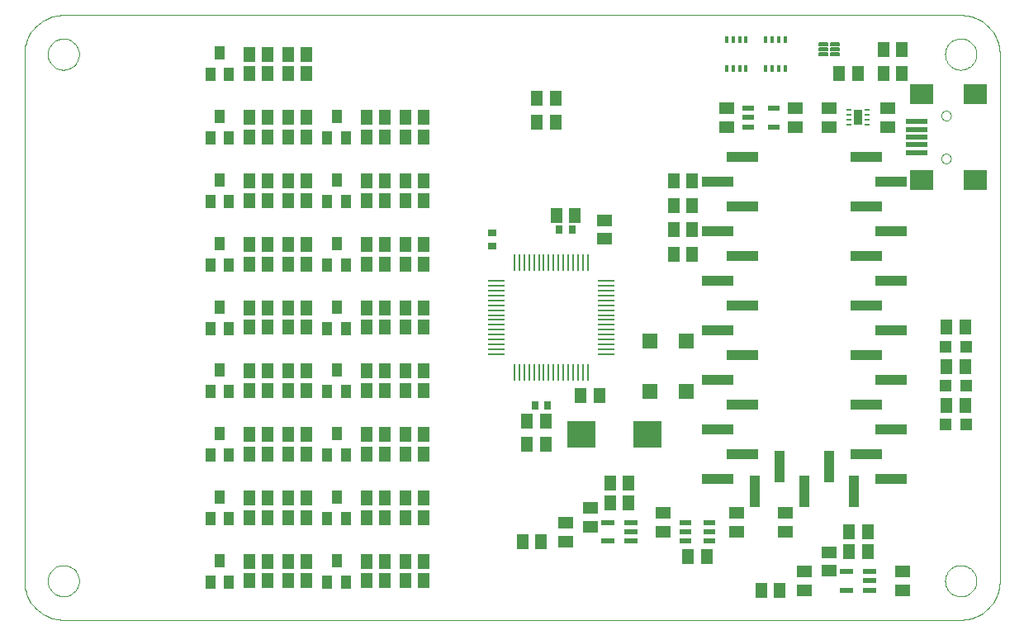
<source format=gtp>
G75*
G70*
%OFA0B0*%
%FSLAX24Y24*%
%IPPOS*%
%LPD*%
%AMOC8*
5,1,8,0,0,1.08239X$1,22.5*
%
%ADD10R,0.1300X0.0400*%
%ADD11R,0.0400X0.1300*%
%ADD12R,0.0660X0.0110*%
%ADD13R,0.0110X0.0660*%
%ADD14R,0.0394X0.0551*%
%ADD15R,0.0512X0.0591*%
%ADD16R,0.0591X0.0630*%
%ADD17R,0.0500X0.0220*%
%ADD18R,0.0472X0.0217*%
%ADD19R,0.0591X0.0512*%
%ADD20R,0.0580X0.0220*%
%ADD21R,0.0200X0.0110*%
%ADD22R,0.0350X0.0630*%
%ADD23R,0.0380X0.0120*%
%ADD24R,0.0340X0.0120*%
%ADD25C,0.0060*%
%ADD26R,0.0160X0.0300*%
%ADD27R,0.0276X0.0354*%
%ADD28R,0.1161X0.1063*%
%ADD29R,0.0354X0.0276*%
%ADD30R,0.0945X0.0787*%
%ADD31R,0.0909X0.0197*%
%ADD32C,0.0000*%
%ADD33R,0.0472X0.0472*%
D10*
X034395Y009120D03*
X035395Y010120D03*
X034395Y011120D03*
X035395Y012120D03*
X034395Y013120D03*
X035395Y014120D03*
X034395Y015120D03*
X035395Y016120D03*
X034395Y017120D03*
X035395Y018120D03*
X034395Y019120D03*
X035395Y020120D03*
X034395Y021120D03*
X035395Y022120D03*
X040395Y022120D03*
X041395Y021120D03*
X040395Y020120D03*
X041395Y019120D03*
X040395Y018120D03*
X041395Y017120D03*
X040395Y016120D03*
X041395Y015120D03*
X040395Y014120D03*
X041395Y013120D03*
X040395Y012120D03*
X041395Y011120D03*
X040395Y010120D03*
X041395Y009120D03*
D11*
X039895Y008620D03*
X038895Y009620D03*
X037895Y008620D03*
X036895Y009620D03*
X035895Y008620D03*
D12*
X029872Y014144D03*
X029872Y014341D03*
X029872Y014538D03*
X029872Y014735D03*
X029872Y014931D03*
X029872Y015128D03*
X029872Y015325D03*
X029872Y015522D03*
X029872Y015719D03*
X029872Y015916D03*
X029872Y016112D03*
X029872Y016309D03*
X029872Y016506D03*
X029872Y016703D03*
X029872Y016900D03*
X029872Y017097D03*
X025447Y017097D03*
X025447Y016900D03*
X025447Y016703D03*
X025447Y016506D03*
X025447Y016309D03*
X025447Y016112D03*
X025447Y015916D03*
X025447Y015719D03*
X025447Y015522D03*
X025447Y015325D03*
X025447Y015128D03*
X025447Y014931D03*
X025447Y014735D03*
X025447Y014538D03*
X025447Y014341D03*
X025447Y014144D03*
D13*
X026183Y013408D03*
X026380Y013408D03*
X026576Y013408D03*
X026773Y013408D03*
X026970Y013408D03*
X027167Y013408D03*
X027364Y013408D03*
X027561Y013408D03*
X027757Y013408D03*
X027954Y013408D03*
X028151Y013408D03*
X028348Y013408D03*
X028545Y013408D03*
X028742Y013408D03*
X028939Y013408D03*
X029135Y013408D03*
X029135Y017833D03*
X028939Y017833D03*
X028742Y017833D03*
X028545Y017833D03*
X028348Y017833D03*
X028151Y017833D03*
X027954Y017833D03*
X027757Y017833D03*
X027561Y017833D03*
X027364Y017833D03*
X027167Y017833D03*
X026970Y017833D03*
X026773Y017833D03*
X026576Y017833D03*
X026380Y017833D03*
X026183Y017833D03*
D14*
X019372Y017746D03*
X018624Y017746D03*
X018998Y018612D03*
X019372Y020305D03*
X018624Y020305D03*
X018998Y021172D03*
X019372Y022864D03*
X018624Y022864D03*
X018998Y023731D03*
X014647Y022864D03*
X013899Y022864D03*
X014273Y023731D03*
X013899Y025423D03*
X014647Y025423D03*
X014273Y026290D03*
X014273Y021172D03*
X013899Y020305D03*
X014647Y020305D03*
X014273Y018612D03*
X013899Y017746D03*
X014647Y017746D03*
X014273Y016053D03*
X013899Y015187D03*
X014647Y015187D03*
X014273Y013494D03*
X013899Y012628D03*
X014647Y012628D03*
X014273Y010935D03*
X013899Y010069D03*
X014647Y010069D03*
X014273Y008376D03*
X013899Y007510D03*
X014647Y007510D03*
X014273Y005817D03*
X013899Y004951D03*
X014647Y004951D03*
X018624Y004951D03*
X019372Y004951D03*
X018998Y005817D03*
X019372Y007510D03*
X018624Y007510D03*
X018998Y008376D03*
X019372Y010069D03*
X018624Y010069D03*
X018998Y010935D03*
X019372Y012628D03*
X018624Y012628D03*
X018998Y013494D03*
X019372Y015187D03*
X018624Y015187D03*
X018998Y016053D03*
D15*
X020198Y016014D03*
X020946Y016014D03*
X021773Y016014D03*
X022521Y016014D03*
X022521Y015227D03*
X021773Y015227D03*
X020946Y015227D03*
X020198Y015227D03*
X017797Y015227D03*
X017049Y015227D03*
X017049Y016014D03*
X017797Y016014D03*
X016222Y016014D03*
X015474Y016014D03*
X015474Y015227D03*
X016222Y015227D03*
X016222Y013455D03*
X015474Y013455D03*
X015474Y012668D03*
X016222Y012668D03*
X017049Y012668D03*
X017797Y012668D03*
X017797Y013455D03*
X017049Y013455D03*
X020198Y013455D03*
X020946Y013455D03*
X021773Y013455D03*
X022521Y013455D03*
X022521Y012668D03*
X021773Y012668D03*
X020946Y012668D03*
X020198Y012668D03*
X020198Y010896D03*
X020946Y010896D03*
X021773Y010896D03*
X022521Y010896D03*
X022521Y010109D03*
X021773Y010109D03*
X020946Y010109D03*
X020198Y010109D03*
X017797Y010109D03*
X017049Y010109D03*
X016222Y010109D03*
X015474Y010109D03*
X015474Y010896D03*
X016222Y010896D03*
X017049Y010896D03*
X017797Y010896D03*
X017797Y008337D03*
X017049Y008337D03*
X017049Y007549D03*
X017797Y007549D03*
X016222Y007549D03*
X015474Y007549D03*
X015474Y008337D03*
X016222Y008337D03*
X016222Y005778D03*
X015474Y005778D03*
X015474Y004990D03*
X016222Y004990D03*
X017049Y004990D03*
X017797Y004990D03*
X017797Y005778D03*
X017049Y005778D03*
X020198Y005778D03*
X020946Y005778D03*
X021773Y005778D03*
X022521Y005778D03*
X022521Y004990D03*
X021773Y004990D03*
X020946Y004990D03*
X020198Y004990D03*
X020198Y007549D03*
X020946Y007549D03*
X021773Y007549D03*
X022521Y007549D03*
X022521Y008337D03*
X021773Y008337D03*
X020946Y008337D03*
X020198Y008337D03*
X026498Y006565D03*
X027246Y006565D03*
X030041Y008140D03*
X030789Y008140D03*
X030789Y008927D03*
X030041Y008927D03*
X027443Y010502D03*
X026694Y010502D03*
X026694Y011447D03*
X027443Y011447D03*
X028860Y012471D03*
X029608Y012471D03*
X022521Y017786D03*
X021773Y017786D03*
X020946Y017786D03*
X020198Y017786D03*
X020198Y018573D03*
X020946Y018573D03*
X021773Y018573D03*
X022521Y018573D03*
X022521Y020345D03*
X021773Y020345D03*
X020946Y020345D03*
X020198Y020345D03*
X020198Y021132D03*
X020946Y021132D03*
X021773Y021132D03*
X022521Y021132D03*
X022521Y022904D03*
X021773Y022904D03*
X020946Y022904D03*
X020198Y022904D03*
X020198Y023691D03*
X020946Y023691D03*
X021773Y023691D03*
X022521Y023691D03*
X027088Y023494D03*
X027836Y023494D03*
X027836Y024479D03*
X027088Y024479D03*
X032600Y021132D03*
X033348Y021132D03*
X033348Y020148D03*
X032600Y020148D03*
X032600Y019164D03*
X033348Y019164D03*
X033348Y018179D03*
X032600Y018179D03*
X028624Y019754D03*
X027876Y019754D03*
X017797Y020345D03*
X017049Y020345D03*
X016222Y020345D03*
X015474Y020345D03*
X015474Y021132D03*
X016222Y021132D03*
X017049Y021132D03*
X017797Y021132D03*
X017797Y022904D03*
X017049Y022904D03*
X017049Y023691D03*
X017797Y023691D03*
X016222Y023691D03*
X015474Y023691D03*
X015474Y022904D03*
X016222Y022904D03*
X016222Y025463D03*
X015474Y025463D03*
X015474Y026250D03*
X016222Y026250D03*
X017049Y026250D03*
X017797Y026250D03*
X017797Y025463D03*
X017049Y025463D03*
X017049Y018573D03*
X017797Y018573D03*
X017797Y017786D03*
X017049Y017786D03*
X016222Y017786D03*
X015474Y017786D03*
X015474Y018573D03*
X016222Y018573D03*
X033191Y005975D03*
X033939Y005975D03*
X036143Y004597D03*
X036891Y004597D03*
X039687Y006172D03*
X040435Y006172D03*
X040435Y006959D03*
X039687Y006959D03*
X043624Y012077D03*
X044372Y012077D03*
X044372Y013652D03*
X043624Y013652D03*
X043624Y015227D03*
X044372Y015227D03*
X041813Y025463D03*
X041065Y025463D03*
X040041Y025463D03*
X039293Y025463D03*
X041065Y026447D03*
X041813Y026447D03*
D16*
X033131Y014656D03*
X031635Y014656D03*
X031635Y012648D03*
X033131Y012648D03*
D17*
X033085Y007329D03*
X033085Y006959D03*
X033085Y006589D03*
X034045Y006589D03*
X034045Y006959D03*
X034045Y007329D03*
D18*
X035612Y023317D03*
X035612Y023691D03*
X035612Y024065D03*
X036635Y024065D03*
X036635Y023317D03*
D19*
X037502Y023317D03*
X037502Y024065D03*
X038880Y024065D03*
X038880Y023317D03*
X041242Y023317D03*
X041242Y024065D03*
X034746Y024065D03*
X034746Y023317D03*
X029824Y019538D03*
X029824Y018790D03*
X029234Y007923D03*
X029234Y007175D03*
X028250Y007333D03*
X028250Y006585D03*
X032187Y006979D03*
X032187Y007727D03*
X035139Y007727D03*
X035139Y006979D03*
X037108Y006979D03*
X037108Y007727D03*
X038880Y006152D03*
X038880Y005404D03*
X037895Y005364D03*
X037895Y004616D03*
X041832Y004616D03*
X041832Y005364D03*
D20*
X040531Y005360D03*
X040531Y004990D03*
X040531Y004620D03*
X039591Y004620D03*
X039591Y005360D03*
X030885Y006589D03*
X030885Y006959D03*
X030885Y007329D03*
X029945Y007329D03*
X029945Y006589D03*
D21*
X039691Y023391D03*
X039691Y023591D03*
X039691Y023791D03*
X039691Y023991D03*
X040431Y023991D03*
X040431Y023791D03*
X040431Y023591D03*
X040431Y023391D03*
D22*
X040061Y023691D03*
D23*
X038662Y026644D03*
D24*
X038642Y026447D03*
X038642Y026250D03*
X039117Y026250D03*
X039117Y026447D03*
X039117Y026644D03*
D25*
X038960Y026597D02*
X039280Y026597D01*
X039280Y026697D01*
X038960Y026697D01*
X038960Y026597D01*
X038960Y026497D02*
X039280Y026497D01*
X039280Y026397D01*
X038960Y026397D01*
X038960Y026497D01*
X038800Y026497D02*
X038480Y026497D01*
X038480Y026397D01*
X038800Y026397D01*
X038800Y026497D01*
X038800Y026597D02*
X038480Y026597D01*
X038480Y026697D01*
X038800Y026697D01*
X038800Y026597D01*
X038800Y026297D02*
X038480Y026297D01*
X038480Y026197D01*
X038800Y026197D01*
X038800Y026297D01*
X038960Y026297D02*
X039280Y026297D01*
X039280Y026197D01*
X038960Y026197D01*
X038960Y026297D01*
D26*
X037098Y026845D03*
X036842Y026845D03*
X036586Y026845D03*
X036330Y026845D03*
X035523Y026845D03*
X035267Y026845D03*
X035011Y026845D03*
X034756Y026845D03*
X034756Y025655D03*
X035011Y025655D03*
X035267Y025655D03*
X035523Y025655D03*
X036330Y025655D03*
X036586Y025655D03*
X036842Y025655D03*
X037098Y025655D03*
D27*
X028506Y019164D03*
X027994Y019164D03*
X027521Y012077D03*
X027009Y012077D03*
D28*
X028889Y010896D03*
X031547Y010896D03*
D29*
X025297Y018514D03*
X025297Y019026D03*
D30*
X042620Y021172D03*
X044785Y021172D03*
X044785Y024636D03*
X042620Y024636D03*
D31*
X042398Y023534D03*
X042398Y023219D03*
X042398Y022904D03*
X042398Y022589D03*
X042398Y022274D03*
D32*
X044194Y003416D02*
X007974Y003416D01*
X007344Y004990D02*
X007346Y005040D01*
X007352Y005090D01*
X007362Y005139D01*
X007376Y005187D01*
X007393Y005234D01*
X007414Y005279D01*
X007439Y005323D01*
X007467Y005364D01*
X007499Y005403D01*
X007533Y005440D01*
X007570Y005474D01*
X007610Y005504D01*
X007652Y005531D01*
X007696Y005555D01*
X007742Y005576D01*
X007789Y005592D01*
X007837Y005605D01*
X007887Y005614D01*
X007936Y005619D01*
X007987Y005620D01*
X008037Y005617D01*
X008086Y005610D01*
X008135Y005599D01*
X008183Y005584D01*
X008229Y005566D01*
X008274Y005544D01*
X008317Y005518D01*
X008358Y005489D01*
X008397Y005457D01*
X008433Y005422D01*
X008465Y005384D01*
X008495Y005344D01*
X008522Y005301D01*
X008545Y005257D01*
X008564Y005211D01*
X008580Y005163D01*
X008592Y005114D01*
X008600Y005065D01*
X008604Y005015D01*
X008604Y004965D01*
X008600Y004915D01*
X008592Y004866D01*
X008580Y004817D01*
X008564Y004769D01*
X008545Y004723D01*
X008522Y004679D01*
X008495Y004636D01*
X008465Y004596D01*
X008433Y004558D01*
X008397Y004523D01*
X008358Y004491D01*
X008317Y004462D01*
X008274Y004436D01*
X008229Y004414D01*
X008183Y004396D01*
X008135Y004381D01*
X008086Y004370D01*
X008037Y004363D01*
X007987Y004360D01*
X007936Y004361D01*
X007887Y004366D01*
X007837Y004375D01*
X007789Y004388D01*
X007742Y004404D01*
X007696Y004425D01*
X007652Y004449D01*
X007610Y004476D01*
X007570Y004506D01*
X007533Y004540D01*
X007499Y004577D01*
X007467Y004616D01*
X007439Y004657D01*
X007414Y004701D01*
X007393Y004746D01*
X007376Y004793D01*
X007362Y004841D01*
X007352Y004890D01*
X007346Y004940D01*
X007344Y004990D01*
X006399Y004990D02*
X006401Y004913D01*
X006407Y004836D01*
X006416Y004759D01*
X006429Y004683D01*
X006446Y004607D01*
X006467Y004533D01*
X006491Y004459D01*
X006519Y004387D01*
X006550Y004317D01*
X006585Y004248D01*
X006623Y004180D01*
X006664Y004115D01*
X006709Y004052D01*
X006757Y003991D01*
X006807Y003932D01*
X006860Y003876D01*
X006916Y003823D01*
X006975Y003773D01*
X007036Y003725D01*
X007099Y003680D01*
X007164Y003639D01*
X007232Y003601D01*
X007301Y003566D01*
X007371Y003535D01*
X007443Y003507D01*
X007517Y003483D01*
X007591Y003462D01*
X007667Y003445D01*
X007743Y003432D01*
X007820Y003423D01*
X007897Y003417D01*
X007974Y003415D01*
X007897Y003417D01*
X007820Y003423D01*
X007743Y003432D01*
X007667Y003445D01*
X007591Y003462D01*
X007517Y003483D01*
X007443Y003507D01*
X007371Y003535D01*
X007301Y003566D01*
X007232Y003601D01*
X007164Y003639D01*
X007099Y003680D01*
X007036Y003725D01*
X006975Y003773D01*
X006916Y003823D01*
X006860Y003876D01*
X006807Y003932D01*
X006757Y003991D01*
X006709Y004052D01*
X006664Y004115D01*
X006623Y004180D01*
X006585Y004248D01*
X006550Y004317D01*
X006519Y004387D01*
X006491Y004459D01*
X006467Y004533D01*
X006446Y004607D01*
X006429Y004683D01*
X006416Y004759D01*
X006407Y004836D01*
X006401Y004913D01*
X006399Y004990D01*
X006399Y026250D01*
X007344Y026250D02*
X007346Y026300D01*
X007352Y026350D01*
X007362Y026399D01*
X007376Y026447D01*
X007393Y026494D01*
X007414Y026539D01*
X007439Y026583D01*
X007467Y026624D01*
X007499Y026663D01*
X007533Y026700D01*
X007570Y026734D01*
X007610Y026764D01*
X007652Y026791D01*
X007696Y026815D01*
X007742Y026836D01*
X007789Y026852D01*
X007837Y026865D01*
X007887Y026874D01*
X007936Y026879D01*
X007987Y026880D01*
X008037Y026877D01*
X008086Y026870D01*
X008135Y026859D01*
X008183Y026844D01*
X008229Y026826D01*
X008274Y026804D01*
X008317Y026778D01*
X008358Y026749D01*
X008397Y026717D01*
X008433Y026682D01*
X008465Y026644D01*
X008495Y026604D01*
X008522Y026561D01*
X008545Y026517D01*
X008564Y026471D01*
X008580Y026423D01*
X008592Y026374D01*
X008600Y026325D01*
X008604Y026275D01*
X008604Y026225D01*
X008600Y026175D01*
X008592Y026126D01*
X008580Y026077D01*
X008564Y026029D01*
X008545Y025983D01*
X008522Y025939D01*
X008495Y025896D01*
X008465Y025856D01*
X008433Y025818D01*
X008397Y025783D01*
X008358Y025751D01*
X008317Y025722D01*
X008274Y025696D01*
X008229Y025674D01*
X008183Y025656D01*
X008135Y025641D01*
X008086Y025630D01*
X008037Y025623D01*
X007987Y025620D01*
X007936Y025621D01*
X007887Y025626D01*
X007837Y025635D01*
X007789Y025648D01*
X007742Y025664D01*
X007696Y025685D01*
X007652Y025709D01*
X007610Y025736D01*
X007570Y025766D01*
X007533Y025800D01*
X007499Y025837D01*
X007467Y025876D01*
X007439Y025917D01*
X007414Y025961D01*
X007393Y026006D01*
X007376Y026053D01*
X007362Y026101D01*
X007352Y026150D01*
X007346Y026200D01*
X007344Y026250D01*
X006399Y026250D02*
X006401Y026327D01*
X006407Y026404D01*
X006416Y026481D01*
X006429Y026557D01*
X006446Y026633D01*
X006467Y026707D01*
X006491Y026781D01*
X006519Y026853D01*
X006550Y026923D01*
X006585Y026992D01*
X006623Y027060D01*
X006664Y027125D01*
X006709Y027188D01*
X006757Y027249D01*
X006807Y027308D01*
X006860Y027364D01*
X006916Y027417D01*
X006975Y027467D01*
X007036Y027515D01*
X007099Y027560D01*
X007164Y027601D01*
X007232Y027639D01*
X007301Y027674D01*
X007371Y027705D01*
X007443Y027733D01*
X007517Y027757D01*
X007591Y027778D01*
X007667Y027795D01*
X007743Y027808D01*
X007820Y027817D01*
X007897Y027823D01*
X007974Y027825D01*
X044194Y027825D01*
X043564Y026250D02*
X043566Y026300D01*
X043572Y026350D01*
X043582Y026399D01*
X043596Y026447D01*
X043613Y026494D01*
X043634Y026539D01*
X043659Y026583D01*
X043687Y026624D01*
X043719Y026663D01*
X043753Y026700D01*
X043790Y026734D01*
X043830Y026764D01*
X043872Y026791D01*
X043916Y026815D01*
X043962Y026836D01*
X044009Y026852D01*
X044057Y026865D01*
X044107Y026874D01*
X044156Y026879D01*
X044207Y026880D01*
X044257Y026877D01*
X044306Y026870D01*
X044355Y026859D01*
X044403Y026844D01*
X044449Y026826D01*
X044494Y026804D01*
X044537Y026778D01*
X044578Y026749D01*
X044617Y026717D01*
X044653Y026682D01*
X044685Y026644D01*
X044715Y026604D01*
X044742Y026561D01*
X044765Y026517D01*
X044784Y026471D01*
X044800Y026423D01*
X044812Y026374D01*
X044820Y026325D01*
X044824Y026275D01*
X044824Y026225D01*
X044820Y026175D01*
X044812Y026126D01*
X044800Y026077D01*
X044784Y026029D01*
X044765Y025983D01*
X044742Y025939D01*
X044715Y025896D01*
X044685Y025856D01*
X044653Y025818D01*
X044617Y025783D01*
X044578Y025751D01*
X044537Y025722D01*
X044494Y025696D01*
X044449Y025674D01*
X044403Y025656D01*
X044355Y025641D01*
X044306Y025630D01*
X044257Y025623D01*
X044207Y025620D01*
X044156Y025621D01*
X044107Y025626D01*
X044057Y025635D01*
X044009Y025648D01*
X043962Y025664D01*
X043916Y025685D01*
X043872Y025709D01*
X043830Y025736D01*
X043790Y025766D01*
X043753Y025800D01*
X043719Y025837D01*
X043687Y025876D01*
X043659Y025917D01*
X043634Y025961D01*
X043613Y026006D01*
X043596Y026053D01*
X043582Y026101D01*
X043572Y026150D01*
X043566Y026200D01*
X043564Y026250D01*
X044194Y027825D02*
X044271Y027823D01*
X044348Y027817D01*
X044425Y027808D01*
X044501Y027795D01*
X044577Y027778D01*
X044651Y027757D01*
X044725Y027733D01*
X044797Y027705D01*
X044867Y027674D01*
X044936Y027639D01*
X045004Y027601D01*
X045069Y027560D01*
X045132Y027515D01*
X045193Y027467D01*
X045252Y027417D01*
X045308Y027364D01*
X045361Y027308D01*
X045411Y027249D01*
X045459Y027188D01*
X045504Y027125D01*
X045545Y027060D01*
X045583Y026992D01*
X045618Y026923D01*
X045649Y026853D01*
X045677Y026781D01*
X045701Y026707D01*
X045722Y026633D01*
X045739Y026557D01*
X045752Y026481D01*
X045761Y026404D01*
X045767Y026327D01*
X045769Y026250D01*
X045769Y004990D01*
X043564Y004990D02*
X043566Y005040D01*
X043572Y005090D01*
X043582Y005139D01*
X043596Y005187D01*
X043613Y005234D01*
X043634Y005279D01*
X043659Y005323D01*
X043687Y005364D01*
X043719Y005403D01*
X043753Y005440D01*
X043790Y005474D01*
X043830Y005504D01*
X043872Y005531D01*
X043916Y005555D01*
X043962Y005576D01*
X044009Y005592D01*
X044057Y005605D01*
X044107Y005614D01*
X044156Y005619D01*
X044207Y005620D01*
X044257Y005617D01*
X044306Y005610D01*
X044355Y005599D01*
X044403Y005584D01*
X044449Y005566D01*
X044494Y005544D01*
X044537Y005518D01*
X044578Y005489D01*
X044617Y005457D01*
X044653Y005422D01*
X044685Y005384D01*
X044715Y005344D01*
X044742Y005301D01*
X044765Y005257D01*
X044784Y005211D01*
X044800Y005163D01*
X044812Y005114D01*
X044820Y005065D01*
X044824Y005015D01*
X044824Y004965D01*
X044820Y004915D01*
X044812Y004866D01*
X044800Y004817D01*
X044784Y004769D01*
X044765Y004723D01*
X044742Y004679D01*
X044715Y004636D01*
X044685Y004596D01*
X044653Y004558D01*
X044617Y004523D01*
X044578Y004491D01*
X044537Y004462D01*
X044494Y004436D01*
X044449Y004414D01*
X044403Y004396D01*
X044355Y004381D01*
X044306Y004370D01*
X044257Y004363D01*
X044207Y004360D01*
X044156Y004361D01*
X044107Y004366D01*
X044057Y004375D01*
X044009Y004388D01*
X043962Y004404D01*
X043916Y004425D01*
X043872Y004449D01*
X043830Y004476D01*
X043790Y004506D01*
X043753Y004540D01*
X043719Y004577D01*
X043687Y004616D01*
X043659Y004657D01*
X043634Y004701D01*
X043613Y004746D01*
X043596Y004793D01*
X043582Y004841D01*
X043572Y004890D01*
X043566Y004940D01*
X043564Y004990D01*
X044194Y003415D02*
X044271Y003417D01*
X044348Y003423D01*
X044425Y003432D01*
X044501Y003445D01*
X044577Y003462D01*
X044651Y003483D01*
X044725Y003507D01*
X044797Y003535D01*
X044867Y003566D01*
X044936Y003601D01*
X045004Y003639D01*
X045069Y003680D01*
X045132Y003725D01*
X045193Y003773D01*
X045252Y003823D01*
X045308Y003876D01*
X045361Y003932D01*
X045411Y003991D01*
X045459Y004052D01*
X045504Y004115D01*
X045545Y004180D01*
X045583Y004248D01*
X045618Y004317D01*
X045649Y004387D01*
X045677Y004459D01*
X045701Y004533D01*
X045722Y004607D01*
X045739Y004683D01*
X045752Y004759D01*
X045761Y004836D01*
X045767Y004913D01*
X045769Y004990D01*
X045767Y004913D01*
X045761Y004836D01*
X045752Y004759D01*
X045739Y004683D01*
X045722Y004607D01*
X045701Y004533D01*
X045677Y004459D01*
X045649Y004387D01*
X045618Y004317D01*
X045583Y004248D01*
X045545Y004180D01*
X045504Y004115D01*
X045459Y004052D01*
X045411Y003991D01*
X045361Y003932D01*
X045308Y003876D01*
X045252Y003823D01*
X045193Y003773D01*
X045132Y003725D01*
X045069Y003680D01*
X045004Y003639D01*
X044936Y003601D01*
X044867Y003566D01*
X044797Y003535D01*
X044725Y003507D01*
X044651Y003483D01*
X044577Y003462D01*
X044501Y003445D01*
X044425Y003432D01*
X044348Y003423D01*
X044271Y003417D01*
X044194Y003415D01*
X044271Y003417D01*
X044348Y003423D01*
X044425Y003432D01*
X044501Y003445D01*
X044577Y003462D01*
X044651Y003483D01*
X044725Y003507D01*
X044797Y003535D01*
X044867Y003566D01*
X044936Y003601D01*
X045004Y003639D01*
X045069Y003680D01*
X045132Y003725D01*
X045193Y003773D01*
X045252Y003823D01*
X045308Y003876D01*
X045361Y003932D01*
X045411Y003991D01*
X045459Y004052D01*
X045504Y004115D01*
X045545Y004180D01*
X045583Y004248D01*
X045618Y004317D01*
X045649Y004387D01*
X045677Y004459D01*
X045701Y004533D01*
X045722Y004607D01*
X045739Y004683D01*
X045752Y004759D01*
X045761Y004836D01*
X045767Y004913D01*
X045769Y004990D01*
X043407Y022038D02*
X043409Y022065D01*
X043415Y022092D01*
X043424Y022118D01*
X043437Y022142D01*
X043453Y022165D01*
X043472Y022184D01*
X043494Y022201D01*
X043518Y022215D01*
X043543Y022225D01*
X043570Y022232D01*
X043597Y022235D01*
X043625Y022234D01*
X043652Y022229D01*
X043678Y022221D01*
X043702Y022209D01*
X043725Y022193D01*
X043746Y022175D01*
X043763Y022154D01*
X043778Y022130D01*
X043789Y022105D01*
X043797Y022079D01*
X043801Y022052D01*
X043801Y022024D01*
X043797Y021997D01*
X043789Y021971D01*
X043778Y021946D01*
X043763Y021922D01*
X043746Y021901D01*
X043725Y021883D01*
X043703Y021867D01*
X043678Y021855D01*
X043652Y021847D01*
X043625Y021842D01*
X043597Y021841D01*
X043570Y021844D01*
X043543Y021851D01*
X043518Y021861D01*
X043494Y021875D01*
X043472Y021892D01*
X043453Y021911D01*
X043437Y021934D01*
X043424Y021958D01*
X043415Y021984D01*
X043409Y022011D01*
X043407Y022038D01*
X043407Y023770D02*
X043409Y023797D01*
X043415Y023824D01*
X043424Y023850D01*
X043437Y023874D01*
X043453Y023897D01*
X043472Y023916D01*
X043494Y023933D01*
X043518Y023947D01*
X043543Y023957D01*
X043570Y023964D01*
X043597Y023967D01*
X043625Y023966D01*
X043652Y023961D01*
X043678Y023953D01*
X043702Y023941D01*
X043725Y023925D01*
X043746Y023907D01*
X043763Y023886D01*
X043778Y023862D01*
X043789Y023837D01*
X043797Y023811D01*
X043801Y023784D01*
X043801Y023756D01*
X043797Y023729D01*
X043789Y023703D01*
X043778Y023678D01*
X043763Y023654D01*
X043746Y023633D01*
X043725Y023615D01*
X043703Y023599D01*
X043678Y023587D01*
X043652Y023579D01*
X043625Y023574D01*
X043597Y023573D01*
X043570Y023576D01*
X043543Y023583D01*
X043518Y023593D01*
X043494Y023607D01*
X043472Y023624D01*
X043453Y023643D01*
X043437Y023666D01*
X043424Y023690D01*
X043415Y023716D01*
X043409Y023743D01*
X043407Y023770D01*
X045769Y026250D02*
X045767Y026327D01*
X045761Y026404D01*
X045752Y026481D01*
X045739Y026557D01*
X045722Y026633D01*
X045701Y026707D01*
X045677Y026781D01*
X045649Y026853D01*
X045618Y026923D01*
X045583Y026992D01*
X045545Y027060D01*
X045504Y027125D01*
X045459Y027188D01*
X045411Y027249D01*
X045361Y027308D01*
X045308Y027364D01*
X045252Y027417D01*
X045193Y027467D01*
X045132Y027515D01*
X045069Y027560D01*
X045004Y027601D01*
X044936Y027639D01*
X044867Y027674D01*
X044797Y027705D01*
X044725Y027733D01*
X044651Y027757D01*
X044577Y027778D01*
X044501Y027795D01*
X044425Y027808D01*
X044348Y027817D01*
X044271Y027823D01*
X044194Y027825D01*
X044271Y027823D01*
X044348Y027817D01*
X044425Y027808D01*
X044501Y027795D01*
X044577Y027778D01*
X044651Y027757D01*
X044725Y027733D01*
X044797Y027705D01*
X044867Y027674D01*
X044936Y027639D01*
X045004Y027601D01*
X045069Y027560D01*
X045132Y027515D01*
X045193Y027467D01*
X045252Y027417D01*
X045308Y027364D01*
X045361Y027308D01*
X045411Y027249D01*
X045459Y027188D01*
X045504Y027125D01*
X045545Y027060D01*
X045583Y026992D01*
X045618Y026923D01*
X045649Y026853D01*
X045677Y026781D01*
X045701Y026707D01*
X045722Y026633D01*
X045739Y026557D01*
X045752Y026481D01*
X045761Y026404D01*
X045767Y026327D01*
X045769Y026250D01*
X007974Y027825D02*
X007897Y027823D01*
X007820Y027817D01*
X007743Y027808D01*
X007667Y027795D01*
X007591Y027778D01*
X007517Y027757D01*
X007443Y027733D01*
X007371Y027705D01*
X007301Y027674D01*
X007232Y027639D01*
X007164Y027601D01*
X007099Y027560D01*
X007036Y027515D01*
X006975Y027467D01*
X006916Y027417D01*
X006860Y027364D01*
X006807Y027308D01*
X006757Y027249D01*
X006709Y027188D01*
X006664Y027125D01*
X006623Y027060D01*
X006585Y026992D01*
X006550Y026923D01*
X006519Y026853D01*
X006491Y026781D01*
X006467Y026707D01*
X006446Y026633D01*
X006429Y026557D01*
X006416Y026481D01*
X006407Y026404D01*
X006401Y026327D01*
X006399Y026250D01*
X006401Y026327D01*
X006407Y026404D01*
X006416Y026481D01*
X006429Y026557D01*
X006446Y026633D01*
X006467Y026707D01*
X006491Y026781D01*
X006519Y026853D01*
X006550Y026923D01*
X006585Y026992D01*
X006623Y027060D01*
X006664Y027125D01*
X006709Y027188D01*
X006757Y027249D01*
X006807Y027308D01*
X006860Y027364D01*
X006916Y027417D01*
X006975Y027467D01*
X007036Y027515D01*
X007099Y027560D01*
X007164Y027601D01*
X007232Y027639D01*
X007301Y027674D01*
X007371Y027705D01*
X007443Y027733D01*
X007517Y027757D01*
X007591Y027778D01*
X007667Y027795D01*
X007743Y027808D01*
X007820Y027817D01*
X007897Y027823D01*
X007974Y027825D01*
X006399Y004990D02*
X006401Y004913D01*
X006407Y004836D01*
X006416Y004759D01*
X006429Y004683D01*
X006446Y004607D01*
X006467Y004533D01*
X006491Y004459D01*
X006519Y004387D01*
X006550Y004317D01*
X006585Y004248D01*
X006623Y004180D01*
X006664Y004115D01*
X006709Y004052D01*
X006757Y003991D01*
X006807Y003932D01*
X006860Y003876D01*
X006916Y003823D01*
X006975Y003773D01*
X007036Y003725D01*
X007099Y003680D01*
X007164Y003639D01*
X007232Y003601D01*
X007301Y003566D01*
X007371Y003535D01*
X007443Y003507D01*
X007517Y003483D01*
X007591Y003462D01*
X007667Y003445D01*
X007743Y003432D01*
X007820Y003423D01*
X007897Y003417D01*
X007974Y003415D01*
D33*
X043584Y011290D03*
X044411Y011290D03*
X044411Y012864D03*
X043584Y012864D03*
X043584Y014439D03*
X044411Y014439D03*
M02*

</source>
